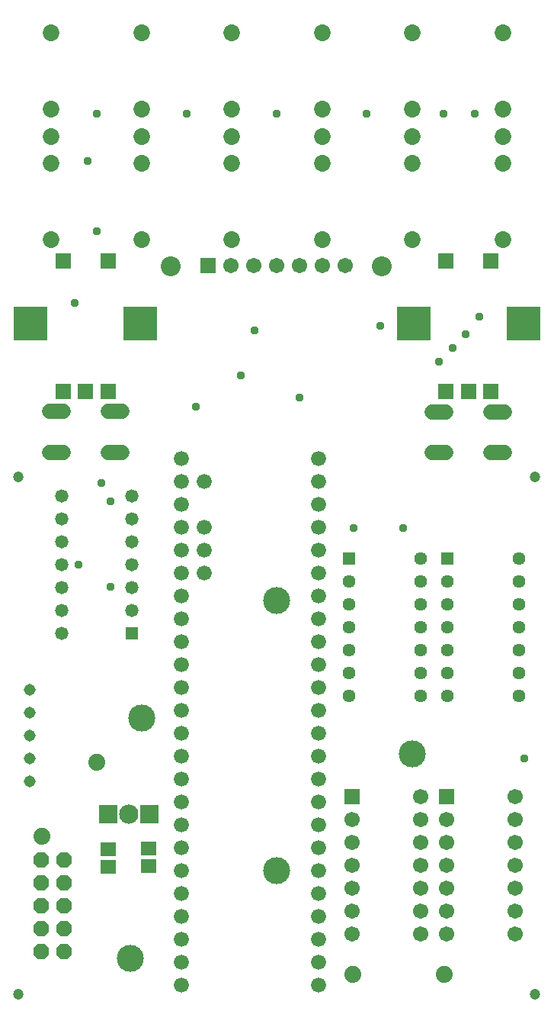
<source format=gbr>
G04 EAGLE Gerber RS-274X export*
G75*
%MOMM*%
%FSLAX34Y34*%
%LPD*%
%INSoldermask Top*%
%IPPOS*%
%AMOC8*
5,1,8,0,0,1.08239X$1,22.5*%
G01*
%ADD10C,1.879600*%
%ADD11R,1.711200X1.711200*%
%ADD12R,3.759200X3.759200*%
%ADD13P,1.869504X8X112.500000*%
%ADD14C,1.676400*%
%ADD15R,2.133600X2.133600*%
%ADD16C,2.133600*%
%ADD17C,3.003200*%
%ADD18C,1.853200*%
%ADD19C,1.727200*%
%ADD20C,2.203200*%
%ADD21C,1.711200*%
%ADD22R,1.470200X1.470200*%
%ADD23C,1.470200*%
%ADD24R,1.441200X1.441200*%
%ADD25C,1.441200*%
%ADD26R,1.701800X1.701800*%
%ADD27C,1.701800*%
%ADD28C,1.203200*%
%ADD29C,1.311200*%
%ADD30R,1.703200X1.503200*%
%ADD31C,0.959600*%


D10*
X39090Y188673D03*
X99950Y270027D03*
D11*
X62350Y681920D03*
X87350Y681920D03*
X112350Y681920D03*
X62350Y826920D03*
X112350Y826920D03*
D12*
X26350Y756920D03*
X148350Y756920D03*
D13*
X38310Y60450D03*
X38310Y85850D03*
X38310Y111250D03*
X38310Y136650D03*
X38310Y162050D03*
X63710Y60450D03*
X63710Y85850D03*
X63710Y111250D03*
X63710Y136650D03*
X63710Y162050D03*
D14*
X346160Y556610D03*
X346160Y531210D03*
X346160Y505810D03*
X346160Y480410D03*
X346160Y455010D03*
X346160Y429610D03*
X346160Y404210D03*
X346160Y378810D03*
X346160Y353410D03*
X346160Y328010D03*
X346160Y302610D03*
X346160Y277210D03*
X193760Y277210D03*
X193760Y302610D03*
X193760Y328010D03*
X193760Y353410D03*
X193760Y378810D03*
X193760Y404210D03*
X193760Y429610D03*
X193760Y455010D03*
X193760Y480410D03*
X193760Y505810D03*
X193760Y531210D03*
X346160Y582010D03*
X193760Y556610D03*
X193760Y582010D03*
X346160Y607410D03*
X193760Y607410D03*
X346160Y251810D03*
X193760Y251810D03*
X346160Y226410D03*
X346160Y201010D03*
X346160Y175610D03*
X346160Y150210D03*
X346160Y124810D03*
X346160Y99410D03*
X346160Y74010D03*
X346160Y48610D03*
X346160Y23210D03*
X193760Y23210D03*
X193760Y48610D03*
X193760Y74010D03*
X193760Y99410D03*
X193760Y124810D03*
X193760Y150210D03*
X193760Y175610D03*
X193760Y201010D03*
X193760Y226410D03*
X219160Y582010D03*
X219160Y531210D03*
X219160Y505810D03*
X219160Y480410D03*
D15*
X112660Y212744D03*
D16*
X135520Y212744D03*
D15*
X158380Y212744D03*
D17*
X136790Y52724D03*
D18*
X551180Y850002D03*
X551180Y935002D03*
X551180Y965002D03*
X250190Y1080050D03*
X250190Y995050D03*
X250190Y965050D03*
X149860Y1080050D03*
X149860Y995050D03*
X149860Y965050D03*
X49530Y1080050D03*
X49530Y995050D03*
X49530Y965050D03*
X450850Y850002D03*
X450850Y935002D03*
X450850Y965002D03*
X350520Y850002D03*
X350520Y935002D03*
X350520Y965002D03*
X250190Y850002D03*
X250190Y935002D03*
X250190Y965002D03*
X149860Y850002D03*
X149860Y935002D03*
X149860Y965002D03*
X49530Y850002D03*
X49530Y935002D03*
X49530Y965002D03*
X551180Y1080050D03*
X551180Y995050D03*
X551180Y965050D03*
X450850Y1080050D03*
X450850Y995050D03*
X450850Y965050D03*
X350520Y1080050D03*
X350520Y995050D03*
X350520Y965050D03*
D19*
X127582Y614364D02*
X112342Y614364D01*
X112342Y659576D02*
X127582Y659576D01*
X62558Y614364D02*
X47318Y614364D01*
X47318Y659576D02*
X62558Y659576D01*
X537772Y614164D02*
X553012Y614164D01*
X553012Y659376D02*
X537772Y659376D01*
X487988Y614164D02*
X472748Y614164D01*
X472748Y659376D02*
X487988Y659376D01*
D11*
X487780Y681820D03*
X512780Y681820D03*
X537780Y681820D03*
X487780Y826820D03*
X537780Y826820D03*
D12*
X451780Y756820D03*
X573780Y756820D03*
D20*
X181850Y820805D03*
X416610Y820805D03*
D11*
X223250Y821600D03*
D21*
X248650Y821600D03*
X274050Y821600D03*
X299450Y821600D03*
X324850Y821600D03*
X350250Y821600D03*
X375650Y821600D03*
D22*
X139050Y413800D03*
D23*
X139050Y439200D03*
X139050Y464600D03*
X139050Y490000D03*
X139050Y515400D03*
X139050Y540800D03*
X139050Y566200D03*
X60950Y566200D03*
X60950Y540800D03*
X60950Y515400D03*
X60950Y490000D03*
X60950Y464600D03*
X60950Y439200D03*
X60950Y413800D03*
D24*
X489200Y496200D03*
D25*
X489200Y470800D03*
X489200Y445400D03*
X489200Y420000D03*
X489200Y394600D03*
X489200Y369200D03*
X489200Y343800D03*
X568600Y343800D03*
X568600Y369200D03*
X568600Y394600D03*
X568600Y420000D03*
X568600Y445400D03*
X568600Y470800D03*
X568600Y496200D03*
D24*
X380300Y496200D03*
D25*
X380300Y470800D03*
X380300Y445400D03*
X380300Y420000D03*
X380300Y394600D03*
X380300Y369200D03*
X380300Y343800D03*
X459700Y343800D03*
X459700Y369200D03*
X459700Y394600D03*
X459700Y420000D03*
X459700Y445400D03*
X459700Y470800D03*
X459700Y496200D03*
D10*
X485800Y35000D03*
X384200Y35000D03*
D26*
X383800Y232400D03*
D27*
X383800Y207000D03*
X383800Y181600D03*
X383800Y156200D03*
X383800Y130800D03*
X383800Y105400D03*
X383800Y80000D03*
X460000Y80000D03*
X460000Y105400D03*
X460000Y130800D03*
X460000Y156200D03*
X460000Y181600D03*
X460000Y207000D03*
X460000Y232400D03*
D26*
X488800Y232400D03*
D27*
X488800Y207000D03*
X488800Y181600D03*
X488800Y156200D03*
X488800Y130800D03*
X488800Y105400D03*
X488800Y80000D03*
X565000Y80000D03*
X565000Y105400D03*
X565000Y130800D03*
X565000Y156200D03*
X565000Y181600D03*
X565000Y207000D03*
X565000Y232400D03*
D28*
X587080Y587080D03*
X587080Y13080D03*
X13080Y587080D03*
X13080Y13080D03*
D29*
X25760Y350880D03*
X25760Y325480D03*
X25760Y300080D03*
X25760Y274680D03*
X25760Y249280D03*
D17*
X300067Y449905D03*
X300067Y150185D03*
X450207Y279445D03*
X150207Y319445D03*
D30*
X112500Y173800D03*
X112500Y154800D03*
X157500Y174500D03*
X157500Y155500D03*
D31*
X210000Y665000D03*
X75000Y780000D03*
X325000Y675000D03*
X415000Y755000D03*
X260000Y700000D03*
X275000Y750000D03*
X105000Y580000D03*
X80000Y490000D03*
X100000Y990000D03*
X115000Y465000D03*
X115000Y560000D03*
X200000Y990000D03*
X100000Y860000D03*
X90000Y937500D03*
X495000Y730000D03*
X510000Y745000D03*
X480000Y715000D03*
X525000Y765000D03*
X575000Y275000D03*
X300000Y990000D03*
X400000Y990000D03*
X385000Y530000D03*
X440000Y530000D03*
X485000Y990000D03*
X520000Y990000D03*
M02*

</source>
